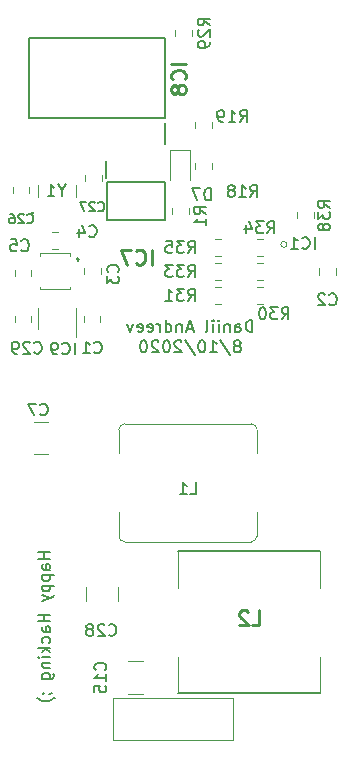
<source format=gbr>
G04 #@! TF.GenerationSoftware,KiCad,Pcbnew,(5.1.4)-1*
G04 #@! TF.CreationDate,2020-08-10T08:42:24-07:00*
G04 #@! TF.ProjectId,SkateLightMainBoard,536b6174-654c-4696-9768-744d61696e42,rev?*
G04 #@! TF.SameCoordinates,Original*
G04 #@! TF.FileFunction,Legend,Bot*
G04 #@! TF.FilePolarity,Positive*
%FSLAX46Y46*%
G04 Gerber Fmt 4.6, Leading zero omitted, Abs format (unit mm)*
G04 Created by KiCad (PCBNEW (5.1.4)-1) date 2020-08-10 08:42:24*
%MOMM*%
%LPD*%
G04 APERTURE LIST*
%ADD10C,0.150000*%
%ADD11C,0.203200*%
%ADD12C,0.200000*%
%ADD13C,0.127000*%
%ADD14C,0.120000*%
%ADD15C,0.100000*%
%ADD16C,0.254000*%
%ADD17C,0.152400*%
G04 APERTURE END LIST*
D10*
X-10387619Y-20100476D02*
X-11387619Y-20100476D01*
X-10911428Y-20100476D02*
X-10911428Y-20671904D01*
X-10387619Y-20671904D02*
X-11387619Y-20671904D01*
X-10387619Y-21576666D02*
X-10911428Y-21576666D01*
X-11006666Y-21529047D01*
X-11054285Y-21433809D01*
X-11054285Y-21243333D01*
X-11006666Y-21148095D01*
X-10435238Y-21576666D02*
X-10387619Y-21481428D01*
X-10387619Y-21243333D01*
X-10435238Y-21148095D01*
X-10530476Y-21100476D01*
X-10625714Y-21100476D01*
X-10720952Y-21148095D01*
X-10768571Y-21243333D01*
X-10768571Y-21481428D01*
X-10816190Y-21576666D01*
X-11054285Y-22052857D02*
X-10054285Y-22052857D01*
X-11006666Y-22052857D02*
X-11054285Y-22148095D01*
X-11054285Y-22338571D01*
X-11006666Y-22433809D01*
X-10959047Y-22481428D01*
X-10863809Y-22529047D01*
X-10578095Y-22529047D01*
X-10482857Y-22481428D01*
X-10435238Y-22433809D01*
X-10387619Y-22338571D01*
X-10387619Y-22148095D01*
X-10435238Y-22052857D01*
X-11054285Y-22957619D02*
X-10054285Y-22957619D01*
X-11006666Y-22957619D02*
X-11054285Y-23052857D01*
X-11054285Y-23243333D01*
X-11006666Y-23338571D01*
X-10959047Y-23386190D01*
X-10863809Y-23433809D01*
X-10578095Y-23433809D01*
X-10482857Y-23386190D01*
X-10435238Y-23338571D01*
X-10387619Y-23243333D01*
X-10387619Y-23052857D01*
X-10435238Y-22957619D01*
X-11054285Y-23767142D02*
X-10387619Y-24005238D01*
X-11054285Y-24243333D02*
X-10387619Y-24005238D01*
X-10149523Y-23910000D01*
X-10101904Y-23862380D01*
X-10054285Y-23767142D01*
X-10387619Y-25386190D02*
X-11387619Y-25386190D01*
X-10911428Y-25386190D02*
X-10911428Y-25957619D01*
X-10387619Y-25957619D02*
X-11387619Y-25957619D01*
X-10387619Y-26862380D02*
X-10911428Y-26862380D01*
X-11006666Y-26814761D01*
X-11054285Y-26719523D01*
X-11054285Y-26529047D01*
X-11006666Y-26433809D01*
X-10435238Y-26862380D02*
X-10387619Y-26767142D01*
X-10387619Y-26529047D01*
X-10435238Y-26433809D01*
X-10530476Y-26386190D01*
X-10625714Y-26386190D01*
X-10720952Y-26433809D01*
X-10768571Y-26529047D01*
X-10768571Y-26767142D01*
X-10816190Y-26862380D01*
X-10435238Y-27767142D02*
X-10387619Y-27671904D01*
X-10387619Y-27481428D01*
X-10435238Y-27386190D01*
X-10482857Y-27338571D01*
X-10578095Y-27290952D01*
X-10863809Y-27290952D01*
X-10959047Y-27338571D01*
X-11006666Y-27386190D01*
X-11054285Y-27481428D01*
X-11054285Y-27671904D01*
X-11006666Y-27767142D01*
X-10387619Y-28195714D02*
X-11387619Y-28195714D01*
X-10768571Y-28290952D02*
X-10387619Y-28576666D01*
X-11054285Y-28576666D02*
X-10673333Y-28195714D01*
X-10387619Y-29005238D02*
X-11054285Y-29005238D01*
X-11387619Y-29005238D02*
X-11340000Y-28957619D01*
X-11292380Y-29005238D01*
X-11340000Y-29052857D01*
X-11387619Y-29005238D01*
X-11292380Y-29005238D01*
X-11054285Y-29481428D02*
X-10387619Y-29481428D01*
X-10959047Y-29481428D02*
X-11006666Y-29529047D01*
X-11054285Y-29624285D01*
X-11054285Y-29767142D01*
X-11006666Y-29862380D01*
X-10911428Y-29910000D01*
X-10387619Y-29910000D01*
X-11054285Y-30814761D02*
X-10244761Y-30814761D01*
X-10149523Y-30767142D01*
X-10101904Y-30719523D01*
X-10054285Y-30624285D01*
X-10054285Y-30481428D01*
X-10101904Y-30386190D01*
X-10435238Y-30814761D02*
X-10387619Y-30719523D01*
X-10387619Y-30529047D01*
X-10435238Y-30433809D01*
X-10482857Y-30386190D01*
X-10578095Y-30338571D01*
X-10863809Y-30338571D01*
X-10959047Y-30386190D01*
X-11006666Y-30433809D01*
X-11054285Y-30529047D01*
X-11054285Y-30719523D01*
X-11006666Y-30814761D01*
X-10435238Y-32100476D02*
X-10387619Y-32100476D01*
X-10292380Y-32052857D01*
X-10244761Y-32005238D01*
X-11006666Y-32052857D02*
X-10959047Y-32100476D01*
X-10911428Y-32052857D01*
X-10959047Y-32005238D01*
X-11006666Y-32052857D01*
X-10911428Y-32052857D01*
X-10006666Y-32433809D02*
X-10054285Y-32481428D01*
X-10197142Y-32576666D01*
X-10292380Y-32624285D01*
X-10435238Y-32671904D01*
X-10673333Y-32719523D01*
X-10863809Y-32719523D01*
X-11101904Y-32671904D01*
X-11244761Y-32624285D01*
X-11340000Y-32576666D01*
X-11482857Y-32481428D01*
X-11530476Y-32433809D01*
D11*
X6749333Y-1466019D02*
X6749333Y-450019D01*
X6507428Y-450019D01*
X6362285Y-498400D01*
X6265523Y-595161D01*
X6217142Y-691923D01*
X6168761Y-885447D01*
X6168761Y-1030590D01*
X6217142Y-1224114D01*
X6265523Y-1320876D01*
X6362285Y-1417638D01*
X6507428Y-1466019D01*
X6749333Y-1466019D01*
X5297904Y-1466019D02*
X5297904Y-933828D01*
X5346285Y-837066D01*
X5443047Y-788685D01*
X5636571Y-788685D01*
X5733333Y-837066D01*
X5297904Y-1417638D02*
X5394666Y-1466019D01*
X5636571Y-1466019D01*
X5733333Y-1417638D01*
X5781714Y-1320876D01*
X5781714Y-1224114D01*
X5733333Y-1127352D01*
X5636571Y-1078971D01*
X5394666Y-1078971D01*
X5297904Y-1030590D01*
X4814095Y-788685D02*
X4814095Y-1466019D01*
X4814095Y-885447D02*
X4765714Y-837066D01*
X4668952Y-788685D01*
X4523809Y-788685D01*
X4427047Y-837066D01*
X4378666Y-933828D01*
X4378666Y-1466019D01*
X3894857Y-1466019D02*
X3894857Y-788685D01*
X3894857Y-450019D02*
X3943238Y-498400D01*
X3894857Y-546780D01*
X3846476Y-498400D01*
X3894857Y-450019D01*
X3894857Y-546780D01*
X3411047Y-1466019D02*
X3411047Y-788685D01*
X3411047Y-450019D02*
X3459428Y-498400D01*
X3411047Y-546780D01*
X3362666Y-498400D01*
X3411047Y-450019D01*
X3411047Y-546780D01*
X2782095Y-1466019D02*
X2878857Y-1417638D01*
X2927238Y-1320876D01*
X2927238Y-450019D01*
X1669333Y-1175733D02*
X1185523Y-1175733D01*
X1766095Y-1466019D02*
X1427428Y-450019D01*
X1088761Y-1466019D01*
X750095Y-788685D02*
X750095Y-1466019D01*
X750095Y-885447D02*
X701714Y-837066D01*
X604952Y-788685D01*
X459809Y-788685D01*
X363047Y-837066D01*
X314666Y-933828D01*
X314666Y-1466019D01*
X-604571Y-1466019D02*
X-604571Y-450019D01*
X-604571Y-1417638D02*
X-507809Y-1466019D01*
X-314285Y-1466019D01*
X-217523Y-1417638D01*
X-169142Y-1369257D01*
X-120761Y-1272495D01*
X-120761Y-982209D01*
X-169142Y-885447D01*
X-217523Y-837066D01*
X-314285Y-788685D01*
X-507809Y-788685D01*
X-604571Y-837066D01*
X-1088380Y-1466019D02*
X-1088380Y-788685D01*
X-1088380Y-982209D02*
X-1136761Y-885447D01*
X-1185142Y-837066D01*
X-1281904Y-788685D01*
X-1378666Y-788685D01*
X-2104380Y-1417638D02*
X-2007619Y-1466019D01*
X-1814095Y-1466019D01*
X-1717333Y-1417638D01*
X-1668952Y-1320876D01*
X-1668952Y-933828D01*
X-1717333Y-837066D01*
X-1814095Y-788685D01*
X-2007619Y-788685D01*
X-2104380Y-837066D01*
X-2152761Y-933828D01*
X-2152761Y-1030590D01*
X-1668952Y-1127352D01*
X-2975238Y-1417638D02*
X-2878476Y-1466019D01*
X-2684952Y-1466019D01*
X-2588190Y-1417638D01*
X-2539809Y-1320876D01*
X-2539809Y-933828D01*
X-2588190Y-837066D01*
X-2684952Y-788685D01*
X-2878476Y-788685D01*
X-2975238Y-837066D01*
X-3023619Y-933828D01*
X-3023619Y-1030590D01*
X-2539809Y-1127352D01*
X-3362285Y-788685D02*
X-3604190Y-1466019D01*
X-3846095Y-788685D01*
X5563999Y-2612647D02*
X5660761Y-2564266D01*
X5709142Y-2515885D01*
X5757523Y-2419123D01*
X5757523Y-2370742D01*
X5709142Y-2273980D01*
X5660761Y-2225600D01*
X5563999Y-2177219D01*
X5370476Y-2177219D01*
X5273714Y-2225600D01*
X5225333Y-2273980D01*
X5176952Y-2370742D01*
X5176952Y-2419123D01*
X5225333Y-2515885D01*
X5273714Y-2564266D01*
X5370476Y-2612647D01*
X5563999Y-2612647D01*
X5660761Y-2661028D01*
X5709142Y-2709409D01*
X5757523Y-2806171D01*
X5757523Y-2999695D01*
X5709142Y-3096457D01*
X5660761Y-3144838D01*
X5563999Y-3193219D01*
X5370476Y-3193219D01*
X5273714Y-3144838D01*
X5225333Y-3096457D01*
X5176952Y-2999695D01*
X5176952Y-2806171D01*
X5225333Y-2709409D01*
X5273714Y-2661028D01*
X5370476Y-2612647D01*
X4015809Y-2128838D02*
X4886666Y-3435123D01*
X3144952Y-3193219D02*
X3725523Y-3193219D01*
X3435238Y-3193219D02*
X3435238Y-2177219D01*
X3531999Y-2322361D01*
X3628761Y-2419123D01*
X3725523Y-2467504D01*
X2515999Y-2177219D02*
X2419238Y-2177219D01*
X2322476Y-2225600D01*
X2274095Y-2273980D01*
X2225714Y-2370742D01*
X2177333Y-2564266D01*
X2177333Y-2806171D01*
X2225714Y-2999695D01*
X2274095Y-3096457D01*
X2322476Y-3144838D01*
X2419238Y-3193219D01*
X2515999Y-3193219D01*
X2612761Y-3144838D01*
X2661142Y-3096457D01*
X2709523Y-2999695D01*
X2757904Y-2806171D01*
X2757904Y-2564266D01*
X2709523Y-2370742D01*
X2661142Y-2273980D01*
X2612761Y-2225600D01*
X2515999Y-2177219D01*
X1016190Y-2128838D02*
X1887047Y-3435123D01*
X725904Y-2273980D02*
X677523Y-2225600D01*
X580761Y-2177219D01*
X338857Y-2177219D01*
X242095Y-2225600D01*
X193714Y-2273980D01*
X145333Y-2370742D01*
X145333Y-2467504D01*
X193714Y-2612647D01*
X774285Y-3193219D01*
X145333Y-3193219D01*
X-483619Y-2177219D02*
X-580380Y-2177219D01*
X-677142Y-2225600D01*
X-725523Y-2273980D01*
X-773904Y-2370742D01*
X-822285Y-2564266D01*
X-822285Y-2806171D01*
X-773904Y-2999695D01*
X-725523Y-3096457D01*
X-677142Y-3144838D01*
X-580380Y-3193219D01*
X-483619Y-3193219D01*
X-386857Y-3144838D01*
X-338476Y-3096457D01*
X-290095Y-2999695D01*
X-241714Y-2806171D01*
X-241714Y-2564266D01*
X-290095Y-2370742D01*
X-338476Y-2273980D01*
X-386857Y-2225600D01*
X-483619Y-2177219D01*
X-1209333Y-2273980D02*
X-1257714Y-2225600D01*
X-1354476Y-2177219D01*
X-1596380Y-2177219D01*
X-1693142Y-2225600D01*
X-1741523Y-2273980D01*
X-1789904Y-2370742D01*
X-1789904Y-2467504D01*
X-1741523Y-2612647D01*
X-1160952Y-3193219D01*
X-1789904Y-3193219D01*
X-2418857Y-2177219D02*
X-2515619Y-2177219D01*
X-2612380Y-2225600D01*
X-2660761Y-2273980D01*
X-2709142Y-2370742D01*
X-2757523Y-2564266D01*
X-2757523Y-2806171D01*
X-2709142Y-2999695D01*
X-2660761Y-3096457D01*
X-2612380Y-3144838D01*
X-2515619Y-3193219D01*
X-2418857Y-3193219D01*
X-2322095Y-3144838D01*
X-2273714Y-3096457D01*
X-2225333Y-2999695D01*
X-2176952Y-2806171D01*
X-2176952Y-2564266D01*
X-2225333Y-2370742D01*
X-2273714Y-2273980D01*
X-2322095Y-2225600D01*
X-2418857Y-2177219D01*
D12*
X-618180Y16612660D02*
X-618180Y23412660D01*
X-618180Y23412660D02*
X-12168180Y23412660D01*
X-12168180Y23412660D02*
X-12168180Y16612660D01*
X-12168180Y16612660D02*
X-618180Y16612660D01*
X-638180Y14412660D02*
X-638180Y16262660D01*
D13*
X451600Y-20035000D02*
X12451600Y-20035000D01*
X12451600Y-32035000D02*
X451600Y-32035000D01*
D14*
X451600Y-32035000D02*
X451600Y-28956000D01*
X451600Y-20035000D02*
X451600Y-23114000D01*
X12451600Y-20035000D02*
X12451600Y-23114000D01*
X12451600Y-32035000D02*
X12451600Y-28956000D01*
X6642860Y-9224000D02*
X-4057140Y-9224000D01*
X-4068484Y-9224129D02*
G75*
G03X-4557140Y-9724000I11344J-499871D01*
G01*
X-4557140Y-9724000D02*
X-4557140Y-11724000D01*
X-4557011Y-18735344D02*
G75*
G03X-4057140Y-19224000I499871J11344D01*
G01*
X-4557140Y-16724000D02*
X-4557140Y-18724000D01*
X7142860Y-11724000D02*
X7142860Y-9724000D01*
X-4057140Y-19224000D02*
X6642860Y-19224000D01*
X6654204Y-19223871D02*
G75*
G03X7142860Y-18724000I-11344J499871D01*
G01*
X7142731Y-9712656D02*
G75*
G03X6642860Y-9224000I-499871J-11344D01*
G01*
X7142860Y-18724000D02*
X7142860Y-16724000D01*
X9668040Y5946720D02*
G75*
G03X9668040Y5946720I-254000J0D01*
G01*
X-5080000Y-36026000D02*
X5080000Y-36026000D01*
X-5080000Y-32470000D02*
X-5080000Y-36026000D01*
X5080000Y-32470000D02*
X-5080000Y-32470000D01*
X5080000Y-36026000D02*
X5080000Y-32470000D01*
X12387040Y3402142D02*
X12387040Y3919298D01*
X13807040Y3402142D02*
X13807040Y3919298D01*
X-11724724Y-9074320D02*
X-10520596Y-9074320D01*
X-11724724Y-11794320D02*
X-10520596Y-11794320D01*
X-2555156Y-32081300D02*
X-3759284Y-32081300D01*
X-2555156Y-29361300D02*
X-3759284Y-29361300D01*
X-60000Y8511422D02*
X-60000Y9028578D01*
X1360000Y8511422D02*
X1360000Y9028578D01*
X-11960000Y3291422D02*
X-11960000Y3808578D01*
X-13380000Y3291422D02*
X-13380000Y3808578D01*
X-6070000Y3411422D02*
X-6070000Y3928578D01*
X-7490000Y3411422D02*
X-7490000Y3928578D01*
X-9711422Y5570000D02*
X-10228578Y5570000D01*
X-9711422Y6990000D02*
X-10228578Y6990000D01*
D15*
X-8656000Y4986000D02*
X-8656000Y5186000D01*
X-8656000Y5186000D02*
X-11256000Y5186000D01*
X-11256000Y5186000D02*
X-11256000Y4986000D01*
X-8656000Y2386000D02*
X-8656000Y2186000D01*
X-8656000Y2186000D02*
X-11256000Y2186000D01*
X-11256000Y2186000D02*
X-11256000Y2386000D01*
D12*
X-8056000Y4786000D02*
X-8056000Y4786000D01*
X-8056000Y4586000D02*
X-8056000Y4586000D01*
X-8056000Y4586000D02*
G75*
G02X-8056000Y4786000I0J100000D01*
G01*
X-8056000Y4786000D02*
G75*
G02X-8056000Y4586000I0J-100000D01*
G01*
D14*
X3306620Y12368402D02*
X3306620Y12885558D01*
X1886620Y12368402D02*
X1886620Y12885558D01*
X1886620Y15815902D02*
X1886620Y16333058D01*
X3306620Y15815902D02*
X3306620Y16333058D01*
X-233380Y13964480D02*
X1466620Y13964480D01*
X1466620Y13964480D02*
X1466620Y11414480D01*
X-233380Y13964480D02*
X-233380Y11414480D01*
X-6125000Y-71002D02*
X-6125000Y-588158D01*
X-7545000Y-71002D02*
X-7545000Y-588158D01*
X-13560000Y10301422D02*
X-13560000Y10818578D01*
X-12140000Y10301422D02*
X-12140000Y10818578D01*
X-6020000Y11808578D02*
X-6020000Y11291422D01*
X-7440000Y11808578D02*
X-7440000Y11291422D01*
X-7340000Y-23067936D02*
X-7340000Y-24272064D01*
X-4620000Y-23067936D02*
X-4620000Y-24272064D01*
X-11967000Y-588158D02*
X-11967000Y-71002D01*
X-13387000Y-588158D02*
X-13387000Y-71002D01*
D12*
X-5541180Y11198660D02*
X-5541180Y7998660D01*
X-5541180Y7998660D02*
X-641180Y7998660D01*
X-641180Y7998660D02*
X-641180Y11198660D01*
X-641180Y11198660D02*
X-5541180Y11198660D01*
X-5671180Y13048660D02*
X-5671180Y11548660D01*
D14*
X-11366000Y-1229580D02*
X-11366000Y570420D01*
X-8146000Y570420D02*
X-8146000Y-1879580D01*
X1616780Y24119338D02*
X1616780Y23602182D01*
X196780Y24119338D02*
X196780Y23602182D01*
X7640618Y2338720D02*
X7123462Y2338720D01*
X7640618Y918720D02*
X7123462Y918720D01*
X4084618Y918720D02*
X3567462Y918720D01*
X4084618Y2338720D02*
X3567462Y2338720D01*
X7640618Y2950720D02*
X7123462Y2950720D01*
X7640618Y4370720D02*
X7123462Y4370720D01*
X4084618Y4370720D02*
X3567462Y4370720D01*
X4084618Y2950720D02*
X3567462Y2950720D01*
X7640618Y4982720D02*
X7123462Y4982720D01*
X7640618Y6402720D02*
X7123462Y6402720D01*
X4084618Y6402720D02*
X3567462Y6402720D01*
X4084618Y4982720D02*
X3567462Y4982720D01*
D15*
X-8220000Y10000000D02*
X-8220000Y11000000D01*
X-11420000Y10000000D02*
X-11420000Y11000000D01*
X-11820000Y8650000D02*
X-11820000Y8650000D01*
X-11920000Y8650000D02*
X-11920000Y8650000D01*
X-11920000Y8650000D02*
G75*
G03X-11820000Y8650000I50000J0D01*
G01*
X-11820000Y8650000D02*
G75*
G03X-11920000Y8650000I-50000J0D01*
G01*
D14*
X10504100Y8151362D02*
X10504100Y8668518D01*
X11924100Y8151362D02*
X11924100Y8668518D01*
D16*
X1138403Y21252421D02*
X-131596Y21252421D01*
X1017451Y19921945D02*
X1077927Y19982421D01*
X1138403Y20163850D01*
X1138403Y20284802D01*
X1077927Y20466231D01*
X956975Y20587183D01*
X836022Y20647660D01*
X594118Y20708136D01*
X412689Y20708136D01*
X170784Y20647660D01*
X49832Y20587183D01*
X-71120Y20466231D01*
X-131596Y20284802D01*
X-131596Y20163850D01*
X-71120Y19982421D01*
X-10643Y19921945D01*
X412689Y19196231D02*
X352213Y19317183D01*
X291737Y19377660D01*
X170784Y19438136D01*
X110308Y19438136D01*
X-10643Y19377660D01*
X-71120Y19317183D01*
X-131596Y19196231D01*
X-131596Y18954326D01*
X-71120Y18833374D01*
X-10643Y18772898D01*
X110308Y18712421D01*
X170784Y18712421D01*
X291737Y18772898D01*
X352213Y18833374D01*
X412689Y18954326D01*
X412689Y19196231D01*
X473165Y19317183D01*
X533641Y19377660D01*
X654594Y19438136D01*
X896499Y19438136D01*
X1017451Y19377660D01*
X1077927Y19317183D01*
X1138403Y19196231D01*
X1138403Y18954326D01*
X1077927Y18833374D01*
X1017451Y18772898D01*
X896499Y18712421D01*
X654594Y18712421D01*
X533641Y18772898D01*
X473165Y18833374D01*
X412689Y18954326D01*
X6742006Y-26294563D02*
X7346768Y-26294563D01*
X7346768Y-25024563D01*
X6379149Y-25145516D02*
X6318673Y-25085040D01*
X6197720Y-25024563D01*
X5895340Y-25024563D01*
X5774387Y-25085040D01*
X5713911Y-25145516D01*
X5653435Y-25266468D01*
X5653435Y-25387420D01*
X5713911Y-25568849D01*
X6439625Y-26294563D01*
X5653435Y-26294563D01*
D10*
X1459526Y-15176380D02*
X1935717Y-15176380D01*
X1935717Y-14176380D01*
X602383Y-15176380D02*
X1173812Y-15176380D01*
X888098Y-15176380D02*
X888098Y-14176380D01*
X983336Y-14319238D01*
X1078574Y-14414476D01*
X1173812Y-14462095D01*
D17*
X12028909Y5565840D02*
X12028909Y6581840D01*
X10964528Y5662602D02*
X11012909Y5614221D01*
X11158052Y5565840D01*
X11254814Y5565840D01*
X11399957Y5614221D01*
X11496719Y5710983D01*
X11545100Y5807745D01*
X11593480Y6001269D01*
X11593480Y6146412D01*
X11545100Y6339936D01*
X11496719Y6436698D01*
X11399957Y6533460D01*
X11254814Y6581840D01*
X11158052Y6581840D01*
X11012909Y6533460D01*
X10964528Y6485079D01*
X9996909Y5565840D02*
X10577480Y5565840D01*
X10287195Y5565840D02*
X10287195Y6581840D01*
X10383957Y6436698D01*
X10480719Y6339936D01*
X10577480Y6291555D01*
D10*
X13263706Y890577D02*
X13311325Y842958D01*
X13454182Y795339D01*
X13549420Y795339D01*
X13692278Y842958D01*
X13787516Y938196D01*
X13835135Y1033434D01*
X13882754Y1223910D01*
X13882754Y1366767D01*
X13835135Y1557243D01*
X13787516Y1652481D01*
X13692278Y1747720D01*
X13549420Y1795339D01*
X13454182Y1795339D01*
X13311325Y1747720D01*
X13263706Y1700100D01*
X12882754Y1700100D02*
X12835135Y1747720D01*
X12739897Y1795339D01*
X12501801Y1795339D01*
X12406563Y1747720D01*
X12358944Y1700100D01*
X12311325Y1604862D01*
X12311325Y1509624D01*
X12358944Y1366767D01*
X12930373Y795339D01*
X12311325Y795339D01*
X-11213333Y-8437142D02*
X-11165714Y-8484761D01*
X-11022857Y-8532380D01*
X-10927619Y-8532380D01*
X-10784761Y-8484761D01*
X-10689523Y-8389523D01*
X-10641904Y-8294285D01*
X-10594285Y-8103809D01*
X-10594285Y-7960952D01*
X-10641904Y-7770476D01*
X-10689523Y-7675238D01*
X-10784761Y-7580000D01*
X-10927619Y-7532380D01*
X-11022857Y-7532380D01*
X-11165714Y-7580000D01*
X-11213333Y-7627619D01*
X-11546666Y-7532380D02*
X-12213333Y-7532380D01*
X-11784761Y-8532380D01*
X-5721077Y-30078442D02*
X-5673458Y-30030823D01*
X-5625839Y-29887966D01*
X-5625839Y-29792728D01*
X-5673458Y-29649871D01*
X-5768696Y-29554633D01*
X-5863934Y-29507014D01*
X-6054410Y-29459395D01*
X-6197267Y-29459395D01*
X-6387743Y-29507014D01*
X-6482981Y-29554633D01*
X-6578220Y-29649871D01*
X-6625839Y-29792728D01*
X-6625839Y-29887966D01*
X-6578220Y-30030823D01*
X-6530600Y-30078442D01*
X-5625839Y-31030823D02*
X-5625839Y-30459395D01*
X-5625839Y-30745109D02*
X-6625839Y-30745109D01*
X-6482981Y-30649871D01*
X-6387743Y-30554633D01*
X-6340124Y-30459395D01*
X-6625839Y-31935585D02*
X-6625839Y-31459395D01*
X-6149648Y-31411776D01*
X-6197267Y-31459395D01*
X-6244886Y-31554633D01*
X-6244886Y-31792728D01*
X-6197267Y-31887966D01*
X-6149648Y-31935585D01*
X-6054410Y-31983204D01*
X-5816315Y-31983204D01*
X-5721077Y-31935585D01*
X-5673458Y-31887966D01*
X-5625839Y-31792728D01*
X-5625839Y-31554633D01*
X-5673458Y-31459395D01*
X-5721077Y-31411776D01*
X2802380Y8506666D02*
X2326190Y8840000D01*
X2802380Y9078095D02*
X1802380Y9078095D01*
X1802380Y8697142D01*
X1850000Y8601904D01*
X1897619Y8554285D01*
X1992857Y8506666D01*
X2135714Y8506666D01*
X2230952Y8554285D01*
X2278571Y8601904D01*
X2326190Y8697142D01*
X2326190Y9078095D01*
X2802380Y7554285D02*
X2802380Y8125714D01*
X2802380Y7840000D02*
X1802380Y7840000D01*
X1945238Y7935238D01*
X2040476Y8030476D01*
X2088095Y8125714D01*
X-12803333Y5462857D02*
X-12755714Y5415238D01*
X-12612857Y5367619D01*
X-12517619Y5367619D01*
X-12374761Y5415238D01*
X-12279523Y5510476D01*
X-12231904Y5605714D01*
X-12184285Y5796190D01*
X-12184285Y5939047D01*
X-12231904Y6129523D01*
X-12279523Y6224761D01*
X-12374761Y6320000D01*
X-12517619Y6367619D01*
X-12612857Y6367619D01*
X-12755714Y6320000D01*
X-12803333Y6272380D01*
X-13708095Y6367619D02*
X-13231904Y6367619D01*
X-13184285Y5891428D01*
X-13231904Y5939047D01*
X-13327142Y5986666D01*
X-13565238Y5986666D01*
X-13660476Y5939047D01*
X-13708095Y5891428D01*
X-13755714Y5796190D01*
X-13755714Y5558095D01*
X-13708095Y5462857D01*
X-13660476Y5415238D01*
X-13565238Y5367619D01*
X-13327142Y5367619D01*
X-13231904Y5415238D01*
X-13184285Y5462857D01*
X-4662857Y3606666D02*
X-4615238Y3654285D01*
X-4567619Y3797142D01*
X-4567619Y3892380D01*
X-4615238Y4035238D01*
X-4710476Y4130476D01*
X-4805714Y4178095D01*
X-4996190Y4225714D01*
X-5139047Y4225714D01*
X-5329523Y4178095D01*
X-5424761Y4130476D01*
X-5520000Y4035238D01*
X-5567619Y3892380D01*
X-5567619Y3797142D01*
X-5520000Y3654285D01*
X-5472380Y3606666D01*
X-5567619Y3273333D02*
X-5567619Y2654285D01*
X-5186666Y2987619D01*
X-5186666Y2844761D01*
X-5139047Y2749523D01*
X-5091428Y2701904D01*
X-4996190Y2654285D01*
X-4758095Y2654285D01*
X-4662857Y2701904D01*
X-4615238Y2749523D01*
X-4567619Y2844761D01*
X-4567619Y3130476D01*
X-4615238Y3225714D01*
X-4662857Y3273333D01*
X-7063333Y6662857D02*
X-7015714Y6615238D01*
X-6872857Y6567619D01*
X-6777619Y6567619D01*
X-6634761Y6615238D01*
X-6539523Y6710476D01*
X-6491904Y6805714D01*
X-6444285Y6996190D01*
X-6444285Y7139047D01*
X-6491904Y7329523D01*
X-6539523Y7424761D01*
X-6634761Y7520000D01*
X-6777619Y7567619D01*
X-6872857Y7567619D01*
X-7015714Y7520000D01*
X-7063333Y7472380D01*
X-7920476Y7234285D02*
X-7920476Y6567619D01*
X-7682380Y7615238D02*
X-7444285Y6900952D01*
X-8063333Y6900952D01*
X6572857Y9967619D02*
X6906190Y10443809D01*
X7144285Y9967619D02*
X7144285Y10967619D01*
X6763333Y10967619D01*
X6668095Y10920000D01*
X6620476Y10872380D01*
X6572857Y10777142D01*
X6572857Y10634285D01*
X6620476Y10539047D01*
X6668095Y10491428D01*
X6763333Y10443809D01*
X7144285Y10443809D01*
X5620476Y9967619D02*
X6191904Y9967619D01*
X5906190Y9967619D02*
X5906190Y10967619D01*
X6001428Y10824761D01*
X6096666Y10729523D01*
X6191904Y10681904D01*
X5049047Y10539047D02*
X5144285Y10586666D01*
X5191904Y10634285D01*
X5239523Y10729523D01*
X5239523Y10777142D01*
X5191904Y10872380D01*
X5144285Y10920000D01*
X5049047Y10967619D01*
X4858571Y10967619D01*
X4763333Y10920000D01*
X4715714Y10872380D01*
X4668095Y10777142D01*
X4668095Y10729523D01*
X4715714Y10634285D01*
X4763333Y10586666D01*
X4858571Y10539047D01*
X5049047Y10539047D01*
X5144285Y10491428D01*
X5191904Y10443809D01*
X5239523Y10348571D01*
X5239523Y10158095D01*
X5191904Y10062857D01*
X5144285Y10015238D01*
X5049047Y9967619D01*
X4858571Y9967619D01*
X4763333Y10015238D01*
X4715714Y10062857D01*
X4668095Y10158095D01*
X4668095Y10348571D01*
X4715714Y10443809D01*
X4763333Y10491428D01*
X4858571Y10539047D01*
X5692857Y16317619D02*
X6026190Y16793809D01*
X6264285Y16317619D02*
X6264285Y17317619D01*
X5883333Y17317619D01*
X5788095Y17270000D01*
X5740476Y17222380D01*
X5692857Y17127142D01*
X5692857Y16984285D01*
X5740476Y16889047D01*
X5788095Y16841428D01*
X5883333Y16793809D01*
X6264285Y16793809D01*
X4740476Y16317619D02*
X5311904Y16317619D01*
X5026190Y16317619D02*
X5026190Y17317619D01*
X5121428Y17174761D01*
X5216666Y17079523D01*
X5311904Y17031904D01*
X4264285Y16317619D02*
X4073809Y16317619D01*
X3978571Y16365238D01*
X3930952Y16412857D01*
X3835714Y16555714D01*
X3788095Y16746190D01*
X3788095Y17127142D01*
X3835714Y17222380D01*
X3883333Y17270000D01*
X3978571Y17317619D01*
X4169047Y17317619D01*
X4264285Y17270000D01*
X4311904Y17222380D01*
X4359523Y17127142D01*
X4359523Y16889047D01*
X4311904Y16793809D01*
X4264285Y16746190D01*
X4169047Y16698571D01*
X3978571Y16698571D01*
X3883333Y16746190D01*
X3835714Y16793809D01*
X3788095Y16889047D01*
X3228095Y9687619D02*
X3228095Y10687619D01*
X2990000Y10687619D01*
X2847142Y10640000D01*
X2751904Y10544761D01*
X2704285Y10449523D01*
X2656666Y10259047D01*
X2656666Y10116190D01*
X2704285Y9925714D01*
X2751904Y9830476D01*
X2847142Y9735238D01*
X2990000Y9687619D01*
X3228095Y9687619D01*
X2323333Y10687619D02*
X1656666Y10687619D01*
X2085238Y9687619D01*
X-6637853Y-3186082D02*
X-6590234Y-3233701D01*
X-6447377Y-3281320D01*
X-6352139Y-3281320D01*
X-6209281Y-3233701D01*
X-6114043Y-3138463D01*
X-6066424Y-3043225D01*
X-6018805Y-2852749D01*
X-6018805Y-2709892D01*
X-6066424Y-2519416D01*
X-6114043Y-2424178D01*
X-6209281Y-2328940D01*
X-6352139Y-2281320D01*
X-6447377Y-2281320D01*
X-6590234Y-2328940D01*
X-6637853Y-2376559D01*
X-7590234Y-3281320D02*
X-7018805Y-3281320D01*
X-7304519Y-3281320D02*
X-7304519Y-2281320D01*
X-7209281Y-2424178D01*
X-7114043Y-2519416D01*
X-7018805Y-2567035D01*
X-12325714Y7804285D02*
X-12287619Y7766190D01*
X-12173333Y7728095D01*
X-12097142Y7728095D01*
X-11982857Y7766190D01*
X-11906666Y7842380D01*
X-11868571Y7918571D01*
X-11830476Y8070952D01*
X-11830476Y8185238D01*
X-11868571Y8337619D01*
X-11906666Y8413809D01*
X-11982857Y8490000D01*
X-12097142Y8528095D01*
X-12173333Y8528095D01*
X-12287619Y8490000D01*
X-12325714Y8451904D01*
X-12630476Y8451904D02*
X-12668571Y8490000D01*
X-12744761Y8528095D01*
X-12935238Y8528095D01*
X-13011428Y8490000D01*
X-13049523Y8451904D01*
X-13087619Y8375714D01*
X-13087619Y8299523D01*
X-13049523Y8185238D01*
X-12592380Y7728095D01*
X-13087619Y7728095D01*
X-13773333Y8528095D02*
X-13620952Y8528095D01*
X-13544761Y8490000D01*
X-13506666Y8451904D01*
X-13430476Y8337619D01*
X-13392380Y8185238D01*
X-13392380Y7880476D01*
X-13430476Y7804285D01*
X-13468571Y7766190D01*
X-13544761Y7728095D01*
X-13697142Y7728095D01*
X-13773333Y7766190D01*
X-13811428Y7804285D01*
X-13849523Y7880476D01*
X-13849523Y8070952D01*
X-13811428Y8147142D01*
X-13773333Y8185238D01*
X-13697142Y8223333D01*
X-13544761Y8223333D01*
X-13468571Y8185238D01*
X-13430476Y8147142D01*
X-13392380Y8070952D01*
X-6285714Y8814285D02*
X-6247619Y8776190D01*
X-6133333Y8738095D01*
X-6057142Y8738095D01*
X-5942857Y8776190D01*
X-5866666Y8852380D01*
X-5828571Y8928571D01*
X-5790476Y9080952D01*
X-5790476Y9195238D01*
X-5828571Y9347619D01*
X-5866666Y9423809D01*
X-5942857Y9500000D01*
X-6057142Y9538095D01*
X-6133333Y9538095D01*
X-6247619Y9500000D01*
X-6285714Y9461904D01*
X-6590476Y9461904D02*
X-6628571Y9500000D01*
X-6704761Y9538095D01*
X-6895238Y9538095D01*
X-6971428Y9500000D01*
X-7009523Y9461904D01*
X-7047619Y9385714D01*
X-7047619Y9309523D01*
X-7009523Y9195238D01*
X-6552380Y8738095D01*
X-7047619Y8738095D01*
X-7314285Y9538095D02*
X-7847619Y9538095D01*
X-7504761Y8738095D01*
X-5407142Y-27107142D02*
X-5359523Y-27154761D01*
X-5216666Y-27202380D01*
X-5121428Y-27202380D01*
X-4978571Y-27154761D01*
X-4883333Y-27059523D01*
X-4835714Y-26964285D01*
X-4788095Y-26773809D01*
X-4788095Y-26630952D01*
X-4835714Y-26440476D01*
X-4883333Y-26345238D01*
X-4978571Y-26250000D01*
X-5121428Y-26202380D01*
X-5216666Y-26202380D01*
X-5359523Y-26250000D01*
X-5407142Y-26297619D01*
X-5788095Y-26297619D02*
X-5835714Y-26250000D01*
X-5930952Y-26202380D01*
X-6169047Y-26202380D01*
X-6264285Y-26250000D01*
X-6311904Y-26297619D01*
X-6359523Y-26392857D01*
X-6359523Y-26488095D01*
X-6311904Y-26630952D01*
X-5740476Y-27202380D01*
X-6359523Y-27202380D01*
X-6930952Y-26630952D02*
X-6835714Y-26583333D01*
X-6788095Y-26535714D01*
X-6740476Y-26440476D01*
X-6740476Y-26392857D01*
X-6788095Y-26297619D01*
X-6835714Y-26250000D01*
X-6930952Y-26202380D01*
X-7121428Y-26202380D01*
X-7216666Y-26250000D01*
X-7264285Y-26297619D01*
X-7311904Y-26392857D01*
X-7311904Y-26440476D01*
X-7264285Y-26535714D01*
X-7216666Y-26583333D01*
X-7121428Y-26630952D01*
X-6930952Y-26630952D01*
X-6835714Y-26678571D01*
X-6788095Y-26726190D01*
X-6740476Y-26821428D01*
X-6740476Y-27011904D01*
X-6788095Y-27107142D01*
X-6835714Y-27154761D01*
X-6930952Y-27202380D01*
X-7121428Y-27202380D01*
X-7216666Y-27154761D01*
X-7264285Y-27107142D01*
X-7311904Y-27011904D01*
X-7311904Y-26821428D01*
X-7264285Y-26726190D01*
X-7216666Y-26678571D01*
X-7121428Y-26630952D01*
X-11721722Y-3198782D02*
X-11674103Y-3246401D01*
X-11531246Y-3294020D01*
X-11436008Y-3294020D01*
X-11293151Y-3246401D01*
X-11197913Y-3151163D01*
X-11150294Y-3055925D01*
X-11102675Y-2865449D01*
X-11102675Y-2722592D01*
X-11150294Y-2532116D01*
X-11197913Y-2436878D01*
X-11293151Y-2341640D01*
X-11436008Y-2294020D01*
X-11531246Y-2294020D01*
X-11674103Y-2341640D01*
X-11721722Y-2389259D01*
X-12102675Y-2389259D02*
X-12150294Y-2341640D01*
X-12245532Y-2294020D01*
X-12483627Y-2294020D01*
X-12578865Y-2341640D01*
X-12626484Y-2389259D01*
X-12674103Y-2484497D01*
X-12674103Y-2579735D01*
X-12626484Y-2722592D01*
X-12055056Y-3294020D01*
X-12674103Y-3294020D01*
X-13150294Y-3294020D02*
X-13340770Y-3294020D01*
X-13436008Y-3246401D01*
X-13483627Y-3198782D01*
X-13578865Y-3055925D01*
X-13626484Y-2865449D01*
X-13626484Y-2484497D01*
X-13578865Y-2389259D01*
X-13531246Y-2341640D01*
X-13436008Y-2294020D01*
X-13245532Y-2294020D01*
X-13150294Y-2341640D01*
X-13102675Y-2389259D01*
X-13055056Y-2484497D01*
X-13055056Y-2722592D01*
X-13102675Y-2817830D01*
X-13150294Y-2865449D01*
X-13245532Y-2913068D01*
X-13436008Y-2913068D01*
X-13531246Y-2865449D01*
X-13578865Y-2817830D01*
X-13626484Y-2722592D01*
D16*
X-1782838Y4241316D02*
X-1782838Y5511316D01*
X-3113314Y4362268D02*
X-3052838Y4301792D01*
X-2871409Y4241316D01*
X-2750457Y4241316D01*
X-2569028Y4301792D01*
X-2448076Y4422744D01*
X-2387600Y4543697D01*
X-2327123Y4785601D01*
X-2327123Y4967030D01*
X-2387600Y5208935D01*
X-2448076Y5329887D01*
X-2569028Y5450840D01*
X-2750457Y5511316D01*
X-2871409Y5511316D01*
X-3052838Y5450840D01*
X-3113314Y5390363D01*
X-3536647Y5511316D02*
X-4383314Y5511316D01*
X-3839028Y4241316D01*
D10*
X-8304829Y-3354980D02*
X-8304829Y-2354980D01*
X-9352448Y-3259742D02*
X-9304829Y-3307361D01*
X-9161972Y-3354980D01*
X-9066734Y-3354980D01*
X-8923877Y-3307361D01*
X-8828639Y-3212123D01*
X-8781020Y-3116885D01*
X-8733400Y-2926409D01*
X-8733400Y-2783552D01*
X-8781020Y-2593076D01*
X-8828639Y-2497838D01*
X-8923877Y-2402600D01*
X-9066734Y-2354980D01*
X-9161972Y-2354980D01*
X-9304829Y-2402600D01*
X-9352448Y-2450219D01*
X-9828639Y-3354980D02*
X-10019115Y-3354980D01*
X-10114353Y-3307361D01*
X-10161972Y-3259742D01*
X-10257210Y-3116885D01*
X-10304829Y-2926409D01*
X-10304829Y-2545457D01*
X-10257210Y-2450219D01*
X-10209591Y-2402600D01*
X-10114353Y-2354980D01*
X-9923877Y-2354980D01*
X-9828639Y-2402600D01*
X-9781020Y-2450219D01*
X-9733400Y-2545457D01*
X-9733400Y-2783552D01*
X-9781020Y-2878790D01*
X-9828639Y-2926409D01*
X-9923877Y-2974028D01*
X-10114353Y-2974028D01*
X-10209591Y-2926409D01*
X-10257210Y-2878790D01*
X-10304829Y-2783552D01*
X3129540Y24506157D02*
X2653350Y24839490D01*
X3129540Y25077585D02*
X2129540Y25077585D01*
X2129540Y24696633D01*
X2177160Y24601395D01*
X2224779Y24553776D01*
X2320017Y24506157D01*
X2462874Y24506157D01*
X2558112Y24553776D01*
X2605731Y24601395D01*
X2653350Y24696633D01*
X2653350Y25077585D01*
X2224779Y24125204D02*
X2177160Y24077585D01*
X2129540Y23982347D01*
X2129540Y23744252D01*
X2177160Y23649014D01*
X2224779Y23601395D01*
X2320017Y23553776D01*
X2415255Y23553776D01*
X2558112Y23601395D01*
X3129540Y24172823D01*
X3129540Y23553776D01*
X3129540Y23077585D02*
X3129540Y22887109D01*
X3081921Y22791871D01*
X3034302Y22744252D01*
X2891445Y22649014D01*
X2700969Y22601395D01*
X2320017Y22601395D01*
X2224779Y22649014D01*
X2177160Y22696633D01*
X2129540Y22791871D01*
X2129540Y22982347D01*
X2177160Y23077585D01*
X2224779Y23125204D01*
X2320017Y23172823D01*
X2558112Y23172823D01*
X2653350Y23125204D01*
X2700969Y23077585D01*
X2748588Y22982347D01*
X2748588Y22791871D01*
X2700969Y22696633D01*
X2653350Y22649014D01*
X2558112Y22601395D01*
X9222857Y-382380D02*
X9556190Y93809D01*
X9794285Y-382380D02*
X9794285Y617619D01*
X9413333Y617619D01*
X9318095Y570000D01*
X9270476Y522380D01*
X9222857Y427142D01*
X9222857Y284285D01*
X9270476Y189047D01*
X9318095Y141428D01*
X9413333Y93809D01*
X9794285Y93809D01*
X8889523Y617619D02*
X8270476Y617619D01*
X8603809Y236666D01*
X8460952Y236666D01*
X8365714Y189047D01*
X8318095Y141428D01*
X8270476Y46190D01*
X8270476Y-191904D01*
X8318095Y-287142D01*
X8365714Y-334761D01*
X8460952Y-382380D01*
X8746666Y-382380D01*
X8841904Y-334761D01*
X8889523Y-287142D01*
X7651428Y617619D02*
X7556190Y617619D01*
X7460952Y570000D01*
X7413333Y522380D01*
X7365714Y427142D01*
X7318095Y236666D01*
X7318095Y-1428D01*
X7365714Y-191904D01*
X7413333Y-287142D01*
X7460952Y-334761D01*
X7556190Y-382380D01*
X7651428Y-382380D01*
X7746666Y-334761D01*
X7794285Y-287142D01*
X7841904Y-191904D01*
X7889523Y-1428D01*
X7889523Y236666D01*
X7841904Y427142D01*
X7794285Y522380D01*
X7746666Y570000D01*
X7651428Y617619D01*
X1293897Y1176339D02*
X1627230Y1652529D01*
X1865325Y1176339D02*
X1865325Y2176339D01*
X1484373Y2176339D01*
X1389135Y2128720D01*
X1341516Y2081100D01*
X1293897Y1985862D01*
X1293897Y1843005D01*
X1341516Y1747767D01*
X1389135Y1700148D01*
X1484373Y1652529D01*
X1865325Y1652529D01*
X960563Y2176339D02*
X341516Y2176339D01*
X674849Y1795386D01*
X531992Y1795386D01*
X436754Y1747767D01*
X389135Y1700148D01*
X341516Y1604910D01*
X341516Y1366815D01*
X389135Y1271577D01*
X436754Y1223958D01*
X531992Y1176339D01*
X817706Y1176339D01*
X912944Y1223958D01*
X960563Y1271577D01*
X-610864Y1176339D02*
X-39436Y1176339D01*
X-325150Y1176339D02*
X-325150Y2176339D01*
X-229912Y2033481D01*
X-134674Y1938243D01*
X-39436Y1890624D01*
X1293897Y3208339D02*
X1627230Y3684529D01*
X1865325Y3208339D02*
X1865325Y4208339D01*
X1484373Y4208339D01*
X1389135Y4160720D01*
X1341516Y4113100D01*
X1293897Y4017862D01*
X1293897Y3875005D01*
X1341516Y3779767D01*
X1389135Y3732148D01*
X1484373Y3684529D01*
X1865325Y3684529D01*
X960563Y4208339D02*
X341516Y4208339D01*
X674849Y3827386D01*
X531992Y3827386D01*
X436754Y3779767D01*
X389135Y3732148D01*
X341516Y3636910D01*
X341516Y3398815D01*
X389135Y3303577D01*
X436754Y3255958D01*
X531992Y3208339D01*
X817706Y3208339D01*
X912944Y3255958D01*
X960563Y3303577D01*
X8182Y4208339D02*
X-610864Y4208339D01*
X-277531Y3827386D01*
X-420388Y3827386D01*
X-515626Y3779767D01*
X-563245Y3732148D01*
X-610864Y3636910D01*
X-610864Y3398815D01*
X-563245Y3303577D01*
X-515626Y3255958D01*
X-420388Y3208339D01*
X-134674Y3208339D01*
X-39436Y3255958D01*
X8182Y3303577D01*
X8024897Y6891339D02*
X8358230Y7367529D01*
X8596325Y6891339D02*
X8596325Y7891339D01*
X8215373Y7891339D01*
X8120135Y7843720D01*
X8072516Y7796100D01*
X8024897Y7700862D01*
X8024897Y7558005D01*
X8072516Y7462767D01*
X8120135Y7415148D01*
X8215373Y7367529D01*
X8596325Y7367529D01*
X7691563Y7891339D02*
X7072516Y7891339D01*
X7405849Y7510386D01*
X7262992Y7510386D01*
X7167754Y7462767D01*
X7120135Y7415148D01*
X7072516Y7319910D01*
X7072516Y7081815D01*
X7120135Y6986577D01*
X7167754Y6938958D01*
X7262992Y6891339D01*
X7548706Y6891339D01*
X7643944Y6938958D01*
X7691563Y6986577D01*
X6215373Y7558005D02*
X6215373Y6891339D01*
X6453468Y7938958D02*
X6691563Y7224672D01*
X6072516Y7224672D01*
X1293897Y5240339D02*
X1627230Y5716529D01*
X1865325Y5240339D02*
X1865325Y6240339D01*
X1484373Y6240339D01*
X1389135Y6192720D01*
X1341516Y6145100D01*
X1293897Y6049862D01*
X1293897Y5907005D01*
X1341516Y5811767D01*
X1389135Y5764148D01*
X1484373Y5716529D01*
X1865325Y5716529D01*
X960563Y6240339D02*
X341516Y6240339D01*
X674849Y5859386D01*
X531992Y5859386D01*
X436754Y5811767D01*
X389135Y5764148D01*
X341516Y5668910D01*
X341516Y5430815D01*
X389135Y5335577D01*
X436754Y5287958D01*
X531992Y5240339D01*
X817706Y5240339D01*
X912944Y5287958D01*
X960563Y5335577D01*
X-563245Y6240339D02*
X-87055Y6240339D01*
X-39436Y5764148D01*
X-87055Y5811767D01*
X-182293Y5859386D01*
X-420388Y5859386D01*
X-515626Y5811767D01*
X-563245Y5764148D01*
X-610864Y5668910D01*
X-610864Y5430815D01*
X-563245Y5335577D01*
X-515626Y5287958D01*
X-420388Y5240339D01*
X-182293Y5240339D01*
X-87055Y5287958D01*
X-39436Y5335577D01*
X-9403809Y10523809D02*
X-9403809Y10047619D01*
X-9070476Y11047619D02*
X-9403809Y10523809D01*
X-9737142Y11047619D01*
X-10594285Y10047619D02*
X-10022857Y10047619D01*
X-10308571Y10047619D02*
X-10308571Y11047619D01*
X-10213333Y10904761D01*
X-10118095Y10809523D01*
X-10022857Y10761904D01*
X13316480Y9052797D02*
X12840290Y9386130D01*
X13316480Y9624225D02*
X12316480Y9624225D01*
X12316480Y9243273D01*
X12364100Y9148035D01*
X12411719Y9100416D01*
X12506957Y9052797D01*
X12649814Y9052797D01*
X12745052Y9100416D01*
X12792671Y9148035D01*
X12840290Y9243273D01*
X12840290Y9624225D01*
X12316480Y8719463D02*
X12316480Y8100416D01*
X12697433Y8433749D01*
X12697433Y8290892D01*
X12745052Y8195654D01*
X12792671Y8148035D01*
X12887909Y8100416D01*
X13126004Y8100416D01*
X13221242Y8148035D01*
X13268861Y8195654D01*
X13316480Y8290892D01*
X13316480Y8576606D01*
X13268861Y8671844D01*
X13221242Y8719463D01*
X12745052Y7528987D02*
X12697433Y7624225D01*
X12649814Y7671844D01*
X12554576Y7719463D01*
X12506957Y7719463D01*
X12411719Y7671844D01*
X12364100Y7624225D01*
X12316480Y7528987D01*
X12316480Y7338511D01*
X12364100Y7243273D01*
X12411719Y7195654D01*
X12506957Y7148035D01*
X12554576Y7148035D01*
X12649814Y7195654D01*
X12697433Y7243273D01*
X12745052Y7338511D01*
X12745052Y7528987D01*
X12792671Y7624225D01*
X12840290Y7671844D01*
X12935528Y7719463D01*
X13126004Y7719463D01*
X13221242Y7671844D01*
X13268861Y7624225D01*
X13316480Y7528987D01*
X13316480Y7338511D01*
X13268861Y7243273D01*
X13221242Y7195654D01*
X13126004Y7148035D01*
X12935528Y7148035D01*
X12840290Y7195654D01*
X12792671Y7243273D01*
X12745052Y7338511D01*
M02*

</source>
